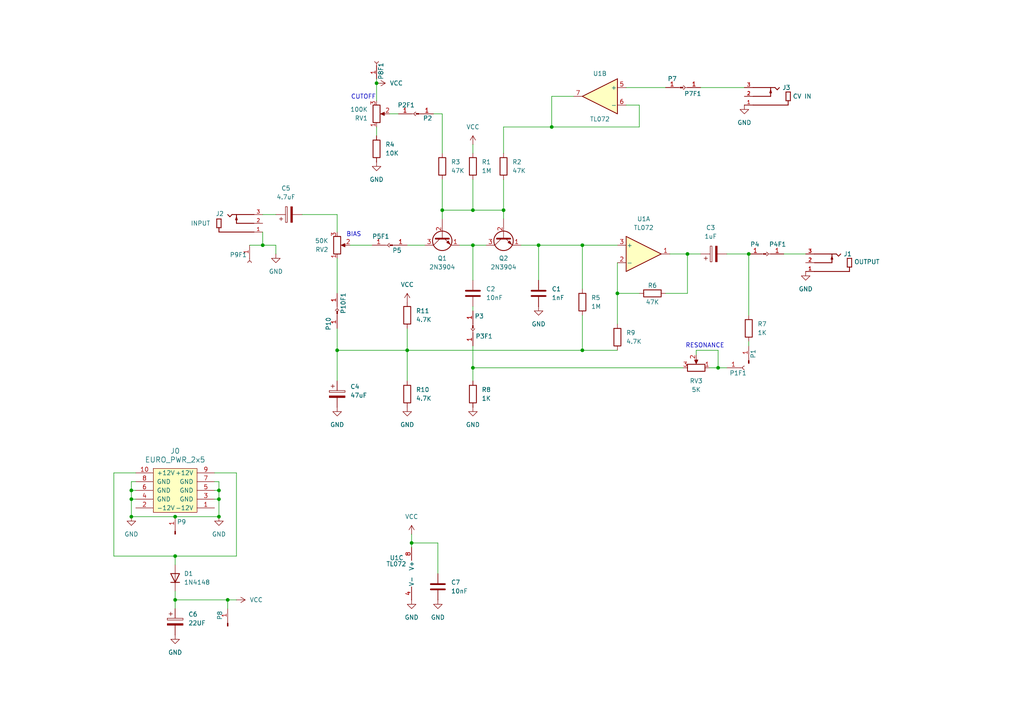
<source format=kicad_sch>
(kicad_sch (version 20231120) (generator "eeschema") (generator_version "8.0")
  (paper "A4")
  (lib_symbols
    (symbol "Amplifier_Operational:TL072" (pin_names (offset 0.127))
      (property "Reference" "U" (at 0 5.08 0))
      (property "Value" "TL072" (at 0 -5.08 0))
      (symbol "TL072_1_1"
        (polyline (pts (xy -5.08 5.08) (xy 5.08 0) (xy -5.08 -5.08) (xy -5.08 5.08)) (stroke (width 0.254)) (fill (type background)))
        (pin output line (at 7.62 0 180) (length 2.54) (name "~") (number "1"))
        (pin input line (at -7.62 -2.54 0) (length 2.54) (name "-") (number "2"))
        (pin input line (at -7.62 2.54 0) (length 2.54) (name "+") (number "3"))
      )
      (symbol "TL072_2_1"
        (polyline (pts (xy -5.08 5.08) (xy 5.08 0) (xy -5.08 -5.08) (xy -5.08 5.08)) (stroke (width 0.254)) (fill (type background)))
        (pin input line (at -7.62 2.54 0) (length 2.54) (name "+") (number "5"))
        (pin input line (at -7.62 -2.54 0) (length 2.54) (name "-") (number "6"))
        (pin output line (at 7.62 0 180) (length 2.54) (name "~") (number "7"))
      )
      (symbol "TL072_3_1"
        (pin power_in line (at -2.54 -7.62 90) (length 3.81) (name "V-") (number "4"))
        (pin power_in line (at -2.54 7.62 270) (length 3.81) (name "V+") (number "8"))
      )
    )
    (symbol "Connector:Conn_01x01_Pin" (pin_names (offset 1.016) hide)
      (property "Reference" "J" (at 0 2.54 0))
      (property "Value" "Conn_01x01_Pin" (at 0 -2.54 0))
      (symbol "Conn_01x01_Pin_1_1"
        (polyline (pts (xy 1.27 0) (xy 0.8636 0)) (stroke (width 0.1524)))
        (rectangle (start 0.8636 0.127) (end 0 -0.127) (stroke (width 0.1524)) (fill (type outline)))
        (pin passive line (at 5.08 0 180) (length 3.81) (name "Pin_1") (number "1"))
      )
    )
    (symbol "Connector:Conn_01x01_Socket" (pin_names (offset 1.016) hide)
      (property "Reference" "J" (at 0 2.54 0))
      (property "Value" "Conn_01x01_Socket" (at 0 -2.54 0))
      (symbol "Conn_01x01_Socket_1_1"
        (polyline (pts (xy -1.27 0) (xy -0.508 0)) (stroke (width 0.1524)))
        (arc (start 0 0.508) (mid -0.5058 0) (end 0 -0.508) (stroke (width 0.1524)))
        (pin passive line (at -5.08 0 0) (length 3.81) (name "Pin_1") (number "1"))
      )
    )
    (symbol "Device:C" (pin_numbers hide) (pin_names (offset 0.254))
      (property "Reference" "C" (at 0.635 2.54 0))
      (property "Value" "C" (at 0.635 -2.54 0))
      (symbol "C_0_1"
        (polyline (pts (xy -2.032 -0.762) (xy 2.032 -0.762)) (stroke (width 0.508)))
        (polyline (pts (xy -2.032 0.762) (xy 2.032 0.762)) (stroke (width 0.508)))
      )
      (symbol "C_1_1"
        (pin passive line (at 0 3.81 270) (length 2.794) (name "~") (number "1"))
        (pin passive line (at 0 -3.81 90) (length 2.794) (name "~") (number "2"))
      )
    )
    (symbol "Device:C_Polarized" (pin_numbers hide) (pin_names (offset 0.254))
      (property "Reference" "C" (at 0.635 2.54 0))
      (property "Value" "C_Polarized" (at 0.635 -2.54 0))
      (symbol "C_Polarized_0_1"
        (rectangle (start -2.286 0.508) (end 2.286 1.016))
        (polyline (pts (xy -1.778 2.286) (xy -0.762 2.286)))
        (polyline (pts (xy -1.27 2.794) (xy -1.27 1.778)))
        (rectangle (start 2.286 -0.508) (end -2.286 -1.016) (fill (type outline)))
      )
      (symbol "C_Polarized_1_1"
        (pin passive line (at 0 3.81 270) (length 2.794) (name "~") (number "1"))
        (pin passive line (at 0 -3.81 90) (length 2.794) (name "~") (number "2"))
      )
    )
    (symbol "Device:R" (pin_numbers hide) (pin_names (offset 0))
      (property "Reference" "R" (at 2.032 0 90))
      (property "Value" "R" (at 0 0 90))
      (symbol "R_0_1"
        (rectangle (start -1.016 -2.54) (end 1.016 2.54) (stroke (width 0.254)))
      )
      (symbol "R_1_1"
        (pin passive line (at 0 3.81 270) (length 1.27) (name "~") (number "1"))
        (pin passive line (at 0 -3.81 90) (length 1.27) (name "~") (number "2"))
      )
    )
    (symbol "Device:R_Potentiometer" (pin_names (offset 1.016) hide)
      (property "Reference" "RV1" (at -2.54 1.2701 0))
      (property "Value" "R_Potentiometer" (at -2.54 -1.2699 0))
      (symbol "R_Potentiometer_0_1"
        (polyline (pts (xy 2.54 0) (xy 1.524 0)))
        (polyline (pts (xy 1.143 0) (xy 2.286 0.508) (xy 2.286 -0.508) (xy 1.143 0)) (fill (type outline)))
        (rectangle (start 1.016 2.54) (end -1.016 -2.54) (stroke (width 0.254)))
      )
      (symbol "R_Potentiometer_1_1"
        (pin passive line (at 0 3.81 270) (length 1.27) (name "1") (number "1"))
        (pin passive line (at 3.81 0 180) (length 1.27) (name "2") (number "2"))
        (pin passive line (at 0 -3.81 90) (length 1.27) (name "3") (number "3"))
      )
    )
    (symbol "Diode:1N4148" (pin_numbers hide) (pin_names hide)
      (property "Reference" "D" (at 0 2.54 0))
      (property "Value" "1N4148" (at 0 -2.54 0))
      (symbol "1N4148_0_1"
        (polyline (pts (xy -1.27 1.27) (xy -1.27 -1.27)) (stroke (width 0.254)))
        (polyline (pts (xy 1.27 0) (xy -1.27 0)))
        (polyline (pts (xy 1.27 1.27) (xy 1.27 -1.27) (xy -1.27 0) (xy 1.27 1.27)) (stroke (width 0.254)))
      )
      (symbol "1N4148_1_1"
        (pin passive line (at -3.81 0 0) (length 2.54) (name "K") (number "1"))
        (pin passive line (at 3.81 0 180) (length 2.54) (name "A") (number "2"))
      )
    )
    (symbol "PJ398SM-12:PJ398SM-12" (pin_names (offset 1.016))
      (property "Reference" "J3" (at -0.3175 5.08 0))
      (property "Value" "PJ398SM-12" (at -0.3175 2.54 0))
      (symbol "PJ398SM-12_0_0"
        (polyline (pts (xy -5.715 -3.81) (xy -5.715 -1.27)) (stroke (width 0.254)))
        (polyline (pts (xy -5.715 -1.27) (xy -5.08 -1.27)) (stroke (width 0.254)))
        (polyline (pts (xy -5.08 -1.27) (xy -4.445 -1.27)) (stroke (width 0.254)))
        (polyline (pts (xy -5.08 0) (xy -5.08 -1.27)) (stroke (width 0.254)))
        (polyline (pts (xy -4.445 -3.81) (xy -5.715 -3.81)) (stroke (width 0.254)))
        (polyline (pts (xy -4.445 -1.27) (xy -4.445 -3.81)) (stroke (width 0.254)))
        (polyline (pts (xy -1.905 -4.445) (xy -2.54 -5.08)) (stroke (width 0.254)))
        (polyline (pts (xy -1.27 -5.08) (xy -1.905 -4.445)) (stroke (width 0.254)))
        (polyline (pts (xy 0 -2.54) (xy 0 -5.08)) (stroke (width 0.254)))
        (polyline (pts (xy 0 -2.54) (xy 5.08 -2.54)) (stroke (width 0.254)))
        (polyline (pts (xy 5.08 -5.08) (xy -1.27 -5.08)) (stroke (width 0.254)))
        (polyline (pts (xy 5.08 0) (xy -5.08 0)) (stroke (width 0.254)))
        (polyline (pts (xy 0 -4.318) (xy 0.254 -3.556) (xy -0.254 -3.556) (xy 0 -4.318)) (stroke (width 0.254)) (fill (type outline)))
        (pin passive line (at 7.62 0 180) (length 2.54) (name "~") (number "1"))
        (pin passive line (at 7.62 -2.54 180) (length 2.54) (name "~") (number "2"))
        (pin passive line (at 7.62 -5.08 180) (length 2.54) (name "~") (number "3"))
      )
    )
    (symbol "Transistor_BJT:2N3904" (pin_names (offset 0) hide)
      (property "Reference" "Q" (at 5.08 1.905 0))
      (property "Value" "2N3904" (at 5.08 0 0))
      (symbol "2N3904_0_1"
        (polyline (pts (xy 0.635 0.635) (xy 2.54 2.54)))
        (polyline (pts (xy 0.635 -0.635) (xy 2.54 -2.54) (xy 2.54 -2.54)))
        (polyline (pts (xy 0.635 1.905) (xy 0.635 -1.905) (xy 0.635 -1.905)) (stroke (width 0.508)))
        (polyline (pts (xy 1.27 -1.778) (xy 1.778 -1.27) (xy 2.286 -2.286) (xy 1.27 -1.778) (xy 1.27 -1.778)) (fill (type outline)))
        (circle (center 1.27 0) (radius 2.8194) (stroke (width 0.254)))
      )
      (symbol "2N3904_1_1"
        (pin passive line (at 2.54 -5.08 90) (length 2.54) (name "E") (number "1"))
        (pin passive line (at -5.08 0 0) (length 5.715) (name "B") (number "2"))
        (pin passive line (at 2.54 5.08 270) (length 2.54) (name "C") (number "3"))
      )
    )
    (symbol "eurocad:EURO_PWR_2x5" (pin_names (offset 1.016))
      (property "Reference" "J0" (at 0 11.43 0))
      (property "Value" "EURO_PWR_2x5" (at 0 8.89 0))
      (property "Footprint" "Connector_IDC:IDC-Header_2x05_P2.54mm_Vertical" (at -1.778 -10.16 0))
      (symbol "EURO_PWR_2x5_0_1"
        (rectangle (start -6.35 6.35) (end 6.35 -6.35) (fill (type background)))
      )
      (symbol "EURO_PWR_2x5_1_1"
        (pin power_in line (at 11.43 -5.08 180) (length 5.08) (name "-12V") (number "1"))
        (pin power_in line (at -11.43 5.08 0) (length 5.08) (name "+12V") (number "10"))
        (pin power_in line (at -11.43 -5.08 0) (length 5.08) (name "-12V") (number "2"))
        (pin power_in line (at 11.43 -2.54 180) (length 5.08) (name "GND") (number "3"))
        (pin power_in line (at -11.43 -2.54 0) (length 5.08) (name "GND") (number "4"))
        (pin power_in line (at 11.43 0 180) (length 5.08) (name "GND") (number "5"))
        (pin power_in line (at -11.43 0 0) (length 5.08) (name "GND") (number "6"))
        (pin power_in line (at 11.43 2.54 180) (length 5.08) (name "GND") (number "7"))
        (pin power_in line (at -11.43 2.54 0) (length 5.08) (name "GND") (number "8"))
        (pin power_in line (at 11.43 5.08 180) (length 5.08) (name "+12V") (number "9"))
      )
    )
    (symbol "power:GND" (power) (pin_numbers hide) (pin_names (offset 0) hide)
      (property "Value" "GND" (at 0 -3.81 0))
      (symbol "GND_0_1"
        (polyline (pts (xy 0 0) (xy 0 -1.27) (xy 1.27 -1.27) (xy 0 -2.54) (xy -1.27 -1.27) (xy 0 -1.27)))
      )
      (symbol "GND_1_1"
        (pin power_in line (at 0 0 270) (length 0) (name "~") (number "1"))
      )
    )
    (symbol "power:VCC" (power) (pin_numbers hide) (pin_names (offset 0) hide)
      (property "Value" "VCC" (at 0 3.556 0))
      (symbol "VCC_0_1"
        (polyline (pts (xy -0.762 1.27) (xy 0 2.54)))
        (polyline (pts (xy 0 0) (xy 0 2.54)))
        (polyline (pts (xy 0 2.54) (xy 0.762 1.27)))
      )
      (symbol "VCC_1_1"
        (pin power_in line (at 0 0 90) (length 0) (name "~") (number "1"))
      )
    )
  )
  (junction (at 63.5 144.78))
  (junction (at 38.1 149.86))
  (junction (at 208.28 106.68))
  (junction (at 66.04 173.99))
  (junction (at 146.05 60.96))
  (junction (at 137.16 106.68))
  (junction (at 63.5 142.24))
  (junction (at 76.2 71.12))
  (junction (at 38.1 142.24))
  (junction (at 50.8 149.86))
  (junction (at 168.91 101.6))
  (junction (at 137.16 60.96))
  (junction (at 137.16 71.12))
  (junction (at 119.38 157.48))
  (junction (at 109.22 24.13))
  (junction (at 50.8 161.29))
  (junction (at 97.79 101.6))
  (junction (at 217.17 73.66))
  (junction (at 118.11 101.6))
  (junction (at 160.02 36.83))
  (junction (at 50.8 173.99))
  (junction (at 128.27 60.96))
  (junction (at 63.5 149.86))
  (junction (at 168.91 71.12))
  (junction (at 199.39 73.66))
  (junction (at 179.07 85.09))
  (junction (at 38.1 144.78))
  (junction (at 156.21 71.12))
  (wire (pts (xy 66.04 173.99) (xy 68.58 173.99)))
  (wire (pts (xy 128.27 52.07) (xy 128.27 60.96)))
  (wire (pts (xy 137.16 71.12) (xy 137.16 81.28)))
  (wire (pts (xy 97.79 67.31) (xy 97.79 62.23)))
  (wire (pts (xy 128.27 33.02) (xy 125.73 33.02)))
  (wire (pts (xy 97.79 101.6) (xy 97.79 110.49)))
  (wire (pts (xy 50.8 176.53) (xy 50.8 173.99)))
  (wire (pts (xy 179.07 76.2) (xy 179.07 85.09)))
  (wire (pts (xy 109.22 24.13) (xy 109.22 29.21)))
  (wire (pts (xy 118.11 95.25) (xy 118.11 101.6)))
  (wire (pts (xy 181.61 30.48) (xy 185.42 30.48)))
  (wire (pts (xy 168.91 71.12) (xy 179.07 71.12)))
  (wire (pts (xy 179.07 85.09) (xy 185.42 85.09)))
  (wire (pts (xy 76.2 67.31) (xy 76.2 71.12)))
  (wire (pts (xy 168.91 91.44) (xy 168.91 101.6)))
  (wire (pts (xy 168.91 71.12) (xy 168.91 83.82)))
  (wire (pts (xy 137.16 106.68) (xy 198.12 106.68)))
  (wire (pts (xy 137.16 88.9) (xy 137.16 90.17)))
  (wire (pts (xy 80.01 71.12) (xy 76.2 71.12)))
  (wire (pts (xy 137.16 60.96) (xy 146.05 60.96)))
  (wire (pts (xy 199.39 73.66) (xy 203.2 73.66)))
  (wire (pts (xy 194.31 73.66) (xy 199.39 73.66)))
  (wire (pts (xy 193.04 85.09) (xy 199.39 85.09)))
  (wire (pts (xy 38.1 142.24) (xy 39.37 142.24)))
  (wire (pts (xy 201.93 101.6) (xy 201.93 102.87)))
  (wire (pts (xy 38.1 144.78) (xy 38.1 149.86)))
  (wire (pts (xy 156.21 71.12) (xy 156.21 81.28)))
  (wire (pts (xy 168.91 101.6) (xy 179.07 101.6)))
  (wire (pts (xy 38.1 139.7) (xy 38.1 142.24)))
  (wire (pts (xy 118.11 101.6) (xy 118.11 110.49)))
  (wire (pts (xy 39.37 137.16) (xy 33.02 137.16)))
  (wire (pts (xy 137.16 71.12) (xy 140.97 71.12)))
  (wire (pts (xy 151.13 71.12) (xy 156.21 71.12)))
  (wire (pts (xy 133.35 71.12) (xy 137.16 71.12)))
  (wire (pts (xy 63.5 144.78) (xy 63.5 149.86)))
  (wire (pts (xy 63.5 142.24) (xy 63.5 144.78)))
  (wire (pts (xy 50.8 171.45) (xy 50.8 173.99)))
  (wire (pts (xy 160.02 27.94) (xy 160.02 36.83)))
  (wire (pts (xy 208.28 101.6) (xy 201.93 101.6)))
  (wire (pts (xy 119.38 154.94) (xy 119.38 157.48)))
  (wire (pts (xy 80.01 73.66) (xy 80.01 71.12)))
  (wire (pts (xy 160.02 36.83) (xy 146.05 36.83)))
  (wire (pts (xy 62.23 142.24) (xy 63.5 142.24)))
  (wire (pts (xy 199.39 85.09) (xy 199.39 73.66)))
  (wire (pts (xy 66.04 173.99) (xy 66.04 176.53)))
  (wire (pts (xy 50.8 173.99) (xy 66.04 173.99)))
  (wire (pts (xy 210.82 106.68) (xy 208.28 106.68)))
  (wire (pts (xy 97.79 101.6) (xy 118.11 101.6)))
  (wire (pts (xy 50.8 161.29) (xy 50.8 163.83)))
  (wire (pts (xy 146.05 52.07) (xy 146.05 60.96)))
  (wire (pts (xy 38.1 142.24) (xy 38.1 144.78)))
  (wire (pts (xy 179.07 85.09) (xy 179.07 93.98)))
  (wire (pts (xy 33.02 161.29) (xy 50.8 161.29)))
  (wire (pts (xy 128.27 60.96) (xy 128.27 63.5)))
  (wire (pts (xy 113.03 33.02) (xy 115.57 33.02)))
  (wire (pts (xy 62.23 144.78) (xy 63.5 144.78)))
  (wire (pts (xy 137.16 106.68) (xy 137.16 110.49)))
  (wire (pts (xy 50.8 149.86) (xy 63.5 149.86)))
  (wire (pts (xy 181.61 25.4) (xy 193.04 25.4)))
  (wire (pts (xy 39.37 139.7) (xy 38.1 139.7)))
  (wire (pts (xy 208.28 106.68) (xy 208.28 101.6)))
  (wire (pts (xy 185.42 36.83) (xy 160.02 36.83)))
  (wire (pts (xy 101.6 71.12) (xy 107.95 71.12)))
  (wire (pts (xy 119.38 157.48) (xy 119.38 158.75)))
  (wire (pts (xy 38.1 149.86) (xy 50.8 149.86)))
  (wire (pts (xy 97.79 95.25) (xy 97.79 101.6)))
  (wire (pts (xy 156.21 71.12) (xy 168.91 71.12)))
  (wire (pts (xy 62.23 139.7) (xy 63.5 139.7)))
  (wire (pts (xy 137.16 100.33) (xy 137.16 106.68)))
  (wire (pts (xy 63.5 139.7) (xy 63.5 142.24)))
  (wire (pts (xy 128.27 44.45) (xy 128.27 33.02)))
  (wire (pts (xy 203.2 25.4) (xy 215.9 25.4)))
  (wire (pts (xy 118.11 71.12) (xy 123.19 71.12)))
  (wire (pts (xy 137.16 52.07) (xy 137.16 60.96)))
  (wire (pts (xy 109.22 22.86) (xy 109.22 24.13)))
  (wire (pts (xy 146.05 60.96) (xy 146.05 63.5)))
  (wire (pts (xy 76.2 62.23) (xy 80.01 62.23)))
  (wire (pts (xy 205.74 106.68) (xy 208.28 106.68)))
  (wire (pts (xy 68.58 137.16) (xy 62.23 137.16)))
  (wire (pts (xy 72.39 71.12) (xy 76.2 71.12)))
  (wire (pts (xy 68.58 161.29) (xy 68.58 137.16)))
  (wire (pts (xy 146.05 36.83) (xy 146.05 44.45)))
  (wire (pts (xy 127 166.37) (xy 127 157.48)))
  (wire (pts (xy 160.02 27.94) (xy 166.37 27.94)))
  (wire (pts (xy 38.1 144.78) (xy 39.37 144.78)))
  (wire (pts (xy 33.02 137.16) (xy 33.02 161.29)))
  (wire (pts (xy 118.11 101.6) (xy 168.91 101.6)))
  (wire (pts (xy 50.8 161.29) (xy 68.58 161.29)))
  (wire (pts (xy 217.17 73.66) (xy 217.17 91.44)))
  (wire (pts (xy 128.27 60.96) (xy 137.16 60.96)))
  (wire (pts (xy 97.79 74.93) (xy 97.79 85.09)))
  (wire (pts (xy 210.82 73.66) (xy 217.17 73.66)))
  (wire (pts (xy 217.17 99.06) (xy 217.17 100.33)))
  (wire (pts (xy 185.42 30.48) (xy 185.42 36.83)))
  (wire (pts (xy 227.33 73.66) (xy 233.68 73.66)))
  (wire (pts (xy 87.63 62.23) (xy 97.79 62.23)))
  (wire (pts (xy 127 157.48) (xy 119.38 157.48)))
  (wire (pts (xy 109.22 36.83) (xy 109.22 39.37)))
  (wire (pts (xy 137.16 41.91) (xy 137.16 44.45)))
  (text "BIAS" (at 102.616 68.072 0) (effects (font (size 1.27 1.27))))
  (text "CUTOFF" (at 105.41 28.194 0) (effects (font (size 1.27 1.27))))
  (text "RESONANCE" (at 204.47 100.33 0) (effects (font (size 1.27 1.27))))
  (symbol (lib_id "power:GND") (at 119.38 173.99 0) (unit 1)
    (property "Reference" "#PWR017" (effects (hide yes)))
    (property "Value" "GND" (at 119.38 179.07 0))
    (property "Description" "Power symbol creates a global label with name \"GND\" , ground" (effects (hide yes)))
  )
  (symbol (lib_id "Transistor_BJT:2N3904") (at 146.05 68.58 90) (mirror x) (unit 1)
    (property "Reference" "Q2" (at 146.05 74.93 90))
    (property "Value" "2N3904" (at 146.05 77.47 90))
    (property "Footprint" "Package_TO_SOT_THT:TO-92_Inline" (effects (hide yes)))
    (property "Datasheet" "https://www.onsemi.com/pub/Collateral/2N3903-D.PDF" (effects (hide yes)))
    (property "Description" "0.2A Ic, 40V Vce, Small Signal NPN Transistor, TO-92" (effects (hide yes)))
  )
  (symbol (lib_id "Connector:Conn_01x01_Socket") (at 222.25 73.66 180) (unit 1)
    (property "Reference" "P4F1" (at 225.552 70.866 0))
    (property "Value" "Conn_01x01_Socket" (effects (hide yes)))
    (property "Footprint" "Connector_PinSocket_2.54mm:PinSocket_1x01_P2.54mm_Vertical" (effects (hide yes)))
    (property "Description" "Generic connector, single row, 01x01, script generated" (effects (hide yes)))
  )
  (symbol (lib_id "Connector:Conn_01x01_Socket") (at 113.03 71.12 0) (unit 1)
    (property "Reference" "P5F1" (at 107.95 68.58 0) (effects (justify left)))
    (property "Value" "Conn_01x01_Socket" (effects (hide yes)))
    (property "Footprint" "Connector_PinSocket_2.54mm:PinSocket_1x01_P2.54mm_Vertical" (effects (hide yes)))
    (property "Description" "Generic connector, single row, 01x01, script generated" (effects (hide yes)))
  )
  (symbol (lib_id "power:VCC") (at 109.22 24.13 270) (unit 1)
    (property "Reference" "#PWR04" (effects (hide yes)))
    (property "Value" "VCC" (at 113.03 24.1299 90) (effects (justify left)))
    (property "Description" "Power symbol creates a global label with name \"VCC\"" (effects (hide yes)))
  )
  (symbol (lib_id "Device:R") (at 128.27 48.26 0) (unit 1)
    (property "Reference" "R3" (at 130.81 46.9899 0) (effects (justify left)))
    (property "Value" "47K" (at 130.81 49.5299 0) (effects (justify left)))
    (property "Footprint" "Resistor_THT:R_Axial_DIN0207_L6.3mm_D2.5mm_P10.16mm_Horizontal" (effects (hide yes)))
    (property "Description" "Resistor" (effects (hide yes)))
  )
  (symbol (lib_id "Connector:Conn_01x01_Pin") (at 97.79 90.17 270) (unit 1)
    (property "Reference" "P10" (at 95.25 91.948 0) (effects (justify left)))
    (property "Value" "Conn_01x01_Pin" (effects (hide yes)))
    (property "Footprint" "Connector_PinHeader_2.54mm:PinHeader_1x01_P2.54mm_Vertical" (effects (hide yes)))
    (property "Description" "Generic connector, single row, 01x01, script generated" (effects (hide yes)))
  )
  (symbol (lib_id "power:GND") (at 50.8 184.15 0) (unit 1)
    (property "Reference" "#PWR014" (effects (hide yes)))
    (property "Value" "GND" (at 50.8 189.23 0))
    (property "Description" "Power symbol creates a global label with name \"GND\" , ground" (effects (hide yes)))
  )
  (symbol (lib_id "Device:R") (at 179.07 97.79 0) (unit 1)
    (property "Reference" "R9" (at 181.61 96.5199 0) (effects (justify left)))
    (property "Value" "4.7K" (at 181.61 99.0599 0) (effects (justify left)))
    (property "Footprint" "Resistor_THT:R_Axial_DIN0207_L6.3mm_D2.5mm_P10.16mm_Horizontal" (effects (hide yes)))
    (property "Description" "Resistor" (effects (hide yes)))
  )
  (symbol (lib_id "power:GND") (at 63.5 149.86 0) (unit 1)
    (property "Reference" "#PWR012" (effects (hide yes)))
    (property "Value" "GND" (at 63.5 154.94 0))
    (property "Description" "Power symbol creates a global label with name \"GND\" , ground" (effects (hide yes)))
  )
  (symbol (lib_id "power:GND") (at 109.22 46.99 0) (unit 1)
    (property "Reference" "#PWR03" (effects (hide yes)))
    (property "Value" "GND" (at 109.22 52.07 0))
    (property "Description" "Power symbol creates a global label with name \"GND\" , ground" (effects (hide yes)))
  )
  (symbol (lib_id "Device:R") (at 217.17 95.25 0) (unit 1)
    (property "Reference" "R7" (at 219.71 93.9799 0) (effects (justify left)))
    (property "Value" "1K" (at 219.71 96.5199 0) (effects (justify left)))
    (property "Footprint" "Resistor_THT:R_Axial_DIN0207_L6.3mm_D2.5mm_P10.16mm_Horizontal" (effects (hide yes)))
    (property "Description" "Resistor" (effects (hide yes)))
  )
  (symbol (lib_id "Connector:Conn_01x01_Pin") (at 137.16 95.25 90) (unit 1)
    (property "Reference" "P3" (at 137.668 91.694 90) (effects (justify right)))
    (property "Value" "Conn_01x01_Pin" (effects (hide yes)))
    (property "Footprint" "Connector_PinHeader_2.54mm:PinHeader_1x01_P2.54mm_Vertical" (effects (hide yes)))
    (property "Description" "Generic connector, single row, 01x01, script generated" (effects (hide yes)))
  )
  (symbol (lib_id "Connector:Conn_01x01_Socket") (at 109.22 17.78 90) (unit 1)
    (property "Reference" "P8F1" (at 110.49 23.114 0) (effects (justify left)))
    (property "Value" "Conn_01x01_Socket" (effects (hide yes)))
    (property "Footprint" "Connector_PinSocket_2.54mm:PinSocket_1x01_P2.54mm_Vertical" (effects (hide yes)))
    (property "Description" "Generic connector, single row, 01x01, script generated" (effects (hide yes)))
  )
  (symbol (lib_id "Device:R") (at 109.22 43.18 0) (unit 1)
    (property "Reference" "R4" (at 111.76 41.9099 0) (effects (justify left)))
    (property "Value" "10K" (at 111.76 44.4499 0) (effects (justify left)))
    (property "Footprint" "Resistor_THT:R_Axial_DIN0207_L6.3mm_D2.5mm_P10.16mm_Horizontal" (effects (hide yes)))
    (property "Description" "Resistor" (effects (hide yes)))
  )
  (symbol (lib_id "Diode:1N4148") (at 50.8 167.64 90) (unit 1)
    (property "Reference" "D1" (at 53.34 166.3699 90) (effects (justify right)))
    (property "Value" "1N4148" (at 53.34 168.9099 90) (effects (justify right)))
    (property "Footprint" "Diode_THT:D_DO-35_SOD27_P7.62mm_Horizontal" (effects (hide yes)))
    (property "Datasheet" "https://assets.nexperia.com/documents/data-sheet/1N4148_1N4448.pdf" (effects (hide yes)))
    (property "Description" "100V 0.15A standard switching diode, DO-35" (effects (hide yes)))
    (property "Sim.Device" "D" (effects (hide yes)))
    (property "Sim.Pins" "1=K 2=A" (effects (hide yes)))
  )
  (symbol (lib_id "power:GND") (at 80.01 73.66 0) (mirror y) (unit 1)
    (property "Reference" "#PWR011" (effects (hide yes)))
    (property "Value" "GND" (at 80.01 78.74 0))
    (property "Description" "Power symbol creates a global label with name \"GND\" , ground" (effects (hide yes)))
  )
  (symbol (lib_id "power:GND") (at 233.68 78.74 0) (unit 1)
    (property "Reference" "#PWR06" (effects (hide yes)))
    (property "Value" "GND" (at 233.68 83.82 0))
    (property "Description" "Power symbol creates a global label with name \"GND\" , ground" (effects (hide yes)))
  )
  (symbol (lib_id "power:GND") (at 137.16 118.11 0) (unit 1)
    (property "Reference" "#PWR07" (effects (hide yes)))
    (property "Value" "GND" (at 137.16 123.19 0))
    (property "Description" "Power symbol creates a global label with name \"GND\" , ground" (effects (hide yes)))
  )
  (symbol (lib_id "Connector:Conn_01x01_Socket") (at 72.39 76.2 270) (unit 1)
    (property "Reference" "P9F1" (at 71.628 73.914 90) (effects (justify right)))
    (property "Value" "Conn_01x01_Socket" (effects (hide yes)))
    (property "Footprint" "Connector_PinSocket_2.54mm:PinSocket_1x01_P2.54mm_Vertical" (effects (hide yes)))
    (property "Description" "Generic connector, single row, 01x01, script generated" (effects (hide yes)))
  )
  (symbol (lib_id "Device:R") (at 118.11 114.3 0) (unit 1)
    (property "Reference" "R10" (at 120.65 113.0299 0) (effects (justify left)))
    (property "Value" "4.7K" (at 120.65 115.5699 0) (effects (justify left)))
    (property "Footprint" "Resistor_THT:R_Axial_DIN0207_L6.3mm_D2.5mm_P10.16mm_Horizontal" (effects (hide yes)))
    (property "Description" "Resistor" (effects (hide yes)))
  )
  (symbol (lib_id "Connector:Conn_01x01_Pin") (at 222.25 73.66 180) (unit 1)
    (property "Reference" "P4" (at 218.948 70.866 0))
    (property "Value" "Conn_01x01_Pin" (effects (hide yes)))
    (property "Footprint" "Connector_PinHeader_2.54mm:PinHeader_1x01_P2.54mm_Vertical" (effects (hide yes)))
    (property "Description" "Generic connector, single row, 01x01, script generated" (effects (hide yes)))
  )
  (symbol (lib_id "power:GND") (at 38.1 149.86 0) (unit 1)
    (property "Reference" "#PWR013" (effects (hide yes)))
    (property "Value" "GND" (at 38.1 154.94 0))
    (property "Description" "Power symbol creates a global label with name \"GND\" , ground" (effects (hide yes)))
  )
  (symbol (lib_id "power:GND") (at 97.79 118.11 0) (unit 1)
    (property "Reference" "#PWR010" (effects (hide yes)))
    (property "Value" "GND" (at 97.79 123.19 0))
    (property "Description" "Power symbol creates a global label with name \"GND\" , ground" (effects (hide yes)))
  )
  (symbol (lib_id "Device:C_Polarized") (at 207.01 73.66 90) (unit 1)
    (property "Reference" "C3" (at 206.121 66.04 90))
    (property "Value" "1uF" (at 206.121 68.58 90))
    (property "Footprint" "Capacitor_THT:C_Rect_L7.2mm_W2.5mm_P5.00mm_FKS2_FKP2_MKS2_MKP2" (effects (hide yes)))
    (property "Description" "Polarized capacitor" (effects (hide yes)))
  )
  (symbol (lib_id "Connector:Conn_01x01_Socket") (at 137.16 95.25 90) (unit 1)
    (property "Reference" "P3F1" (at 137.922 97.536 90) (effects (justify right)))
    (property "Value" "Conn_01x01_Socket" (effects (hide yes)))
    (property "Footprint" "Connector_PinSocket_2.54mm:PinSocket_1x01_P2.54mm_Vertical" (effects (hide yes)))
    (property "Description" "Generic connector, single row, 01x01, script generated" (effects (hide yes)))
  )
  (symbol (lib_id "Connector:Conn_01x01_Pin") (at 217.17 105.41 90) (unit 1)
    (property "Reference" "P1" (at 218.44 102.616 0))
    (property "Value" "Conn_01x01_Pin" (effects (hide yes)))
    (property "Footprint" "Connector_PinHeader_2.54mm:PinHeader_1x01_P2.54mm_Vertical" (effects (hide yes)))
    (property "Description" "Generic connector, single row, 01x01, script generated" (effects (hide yes)))
  )
  (symbol (lib_id "PJ398SM-12:PJ398SM-12") (at 241.3 78.74 180) (unit 1)
    (property "Reference" "J1" (at 245.872 73.66 0))
    (property "Value" "OUTPUT" (at 251.46 75.946 0))
    (property "Footprint" "Connector_Audio:Jack_3.5mm_QingPu_WQP-PJ398SM_Vertical_CircularHoles" (effects (hide yes)))
    (property "MF" "Thonk" (effects (hide yes)))
    (property "MAXIMUM_PACKAGE_HEIGHT" "14.5 mm" (effects (hide yes)))
    (property "PARTREV" "1" (effects (hide yes)))
    (property "MP" "PJ398SM-12" (effects (hide yes)))
    (property "Description_1" "\n3.5mm Switching Jack Socket\n" (effects (hide yes)))
    (property "MANUFACTURER" "Thonk" (effects (hide yes)))
  )
  (symbol (lib_id "Device:R") (at 189.23 85.09 90) (unit 1)
    (property "Reference" "R6" (at 189.23 82.804 90))
    (property "Value" "47K" (at 189.23 87.63 90))
    (property "Footprint" "Resistor_THT:R_Axial_DIN0207_L6.3mm_D2.5mm_P10.16mm_Horizontal" (effects (hide yes)))
    (property "Description" "Resistor" (effects (hide yes)))
  )
  (symbol (lib_id "power:VCC") (at 118.11 87.63 0) (unit 1)
    (property "Reference" "#PWR09" (effects (hide yes)))
    (property "Value" "VCC" (at 118.11 82.55 0))
    (property "Description" "Power symbol creates a global label with name \"VCC\"" (effects (hide yes)))
  )
  (symbol (lib_id "Device:C") (at 137.16 85.09 0) (unit 1)
    (property "Reference" "C2" (at 140.97 83.8199 0) (effects (justify left)))
    (property "Value" "10nF" (at 140.97 86.3599 0) (effects (justify left)))
    (property "Footprint" "Capacitor_THT:C_Rect_L7.2mm_W2.5mm_P5.00mm_FKS2_FKP2_MKS2_MKP2" (effects (hide yes)))
    (property "Description" "Unpolarized capacitor" (effects (hide yes)))
  )
  (symbol (lib_id "power:VCC") (at 119.38 154.94 0) (unit 1)
    (property "Reference" "#PWR016" (effects (hide yes)))
    (property "Value" "VCC" (at 119.38 149.86 0))
    (property "Description" "Power symbol creates a global label with name \"VCC\"" (effects (hide yes)))
  )
  (symbol (lib_id "Connector:Conn_01x01_Socket") (at 120.65 33.02 0) (unit 1)
    (property "Reference" "P2F1" (at 115.316 30.48 0) (effects (justify left)))
    (property "Value" "Conn_01x01_Socket" (effects (hide yes)))
    (property "Footprint" "Connector_PinSocket_2.54mm:PinSocket_1x01_P2.54mm_Vertical" (effects (hide yes)))
    (property "Description" "Generic connector, single row, 01x01, script generated" (effects (hide yes)))
  )
  (symbol (lib_id "Amplifier_Operational:TL072") (at 121.92 166.37 0) (unit 3)
    (property "Reference" "U1" (at 113.03 161.798 0) (effects (justify left)))
    (property "Value" "TL072" (at 112.014 163.576 0) (effects (justify left)))
    (property "Footprint" "Package_DIP:DIP-8_W7.62mm_Socket" (effects (hide yes)))
    (property "Datasheet" "http://www.ti.com/lit/ds/symlink/tl071.pdf" (effects (hide yes)))
    (property "Description" "Dual Low-Noise JFET-Input Operational Amplifiers, DIP-8/SOIC-8" (effects (hide yes)))
  )
  (symbol (lib_id "power:GND") (at 118.11 118.11 0) (unit 1)
    (property "Reference" "#PWR08" (effects (hide yes)))
    (property "Value" "GND" (at 118.11 123.19 0))
    (property "Description" "Power symbol creates a global label with name \"GND\" , ground" (effects (hide yes)))
  )
  (symbol (lib_id "Connector:Conn_01x01_Pin") (at 198.12 25.4 180) (unit 1)
    (property "Reference" "P7" (at 196.342 22.86 0) (effects (justify left)))
    (property "Value" "Conn_01x01_Pin" (effects (hide yes)))
    (property "Footprint" "Connector_PinHeader_2.54mm:PinHeader_1x01_P2.54mm_Vertical" (effects (hide yes)))
    (property "Description" "Generic connector, single row, 01x01, script generated" (effects (hide yes)))
  )
  (symbol (lib_id "Transistor_BJT:2N3904") (at 128.27 68.58 90) (mirror x) (unit 1)
    (property "Reference" "Q1" (at 128.27 74.93 90))
    (property "Value" "2N3904" (at 128.27 77.47 90))
    (property "Footprint" "Package_TO_SOT_THT:TO-92_Inline" (effects (hide yes)))
    (property "Datasheet" "https://www.onsemi.com/pub/Collateral/2N3903-D.PDF" (effects (hide yes)))
    (property "Description" "0.2A Ic, 40V Vce, Small Signal NPN Transistor, TO-92" (effects (hide yes)))
  )
  (symbol (lib_id "Device:C") (at 156.21 85.09 0) (unit 1)
    (property "Reference" "C1" (at 160.02 83.8199 0) (effects (justify left)))
    (property "Value" "1nF" (at 160.02 86.3599 0) (effects (justify left)))
    (property "Footprint" "Capacitor_THT:C_Rect_L7.2mm_W2.5mm_P5.00mm_FKS2_FKP2_MKS2_MKP2" (effects (hide yes)))
    (property "Description" "Unpolarized capacitor" (effects (hide yes)))
  )
  (symbol (lib_id "Device:R") (at 118.11 91.44 0) (unit 1)
    (property "Reference" "R11" (at 120.65 90.1699 0) (effects (justify left)))
    (property "Value" "4.7K" (at 120.65 92.7099 0) (effects (justify left)))
    (property "Footprint" "Resistor_THT:R_Axial_DIN0207_L6.3mm_D2.5mm_P10.16mm_Horizontal" (effects (hide yes)))
    (property "Description" "Resistor" (effects (hide yes)))
  )
  (symbol (lib_id "Device:R") (at 137.16 48.26 0) (unit 1)
    (property "Reference" "R1" (at 139.7 46.9899 0) (effects (justify left)))
    (property "Value" "1M" (at 139.7 49.5299 0) (effects (justify left)))
    (property "Footprint" "Resistor_THT:R_Axial_DIN0207_L6.3mm_D2.5mm_P10.16mm_Horizontal" (effects (hide yes)))
    (property "Description" "Resistor" (effects (hide yes)))
  )
  (symbol (lib_id "Device:R") (at 146.05 48.26 0) (unit 1)
    (property "Reference" "R2" (at 148.59 46.9899 0) (effects (justify left)))
    (property "Value" "47K" (at 148.59 49.5299 0) (effects (justify left)))
    (property "Footprint" "Resistor_THT:R_Axial_DIN0207_L6.3mm_D2.5mm_P10.16mm_Horizontal" (effects (hide yes)))
    (property "Description" "Resistor" (effects (hide yes)))
  )
  (symbol (lib_id "Device:R_Potentiometer") (at 201.93 106.68 270) (mirror x) (unit 1)
    (property "Reference" "RV3" (at 201.93 110.49 90))
    (property "Value" "5K" (at 201.93 113.03 90))
    (property "Footprint" "Potentiometer_THT:Potentiometer_Alps_RK09K_Single_Vertical" (effects (hide yes)))
    (property "Description" "Potentiometer" (effects (hide yes)))
  )
  (symbol (lib_id "PJ398SM-12:PJ398SM-12") (at 68.58 67.31 0) (mirror x) (unit 1)
    (property "Reference" "J2" (at 63.754 61.976 0))
    (property "Value" "INPUT" (at 58.166 64.77 0))
    (property "Footprint" "Connector_Audio:Jack_3.5mm_QingPu_WQP-PJ398SM_Vertical_CircularHoles" (effects (hide yes)))
    (property "MF" "Thonk" (effects (hide yes)))
    (property "MAXIMUM_PACKAGE_HEIGHT" "14.5 mm" (effects (hide yes)))
    (property "PARTREV" "1" (effects (hide yes)))
    (property "MP" "PJ398SM-12" (effects (hide yes)))
    (property "Description_1" "\n3.5mm Switching Jack Socket\n" (effects (hide yes)))
    (property "MANUFACTURER" "Thonk" (effects (hide yes)))
  )
  (symbol (lib_id "power:VCC") (at 68.58 173.99 270) (unit 1)
    (property "Reference" "#PWR015" (effects (hide yes)))
    (property "Value" "VCC" (at 72.39 173.9899 90) (effects (justify left)))
    (property "Description" "Power symbol creates a global label with name \"VCC\"" (effects (hide yes)))
  )
  (symbol (lib_id "power:GND") (at 127 173.99 0) (unit 1)
    (property "Reference" "#PWR018" (effects (hide yes)))
    (property "Value" "GND" (at 127 179.07 0))
    (property "Description" "Power symbol creates a global label with name \"GND\" , ground" (effects (hide yes)))
  )
  (symbol (lib_id "Connector:Conn_01x01_Pin") (at 120.65 33.02 0) (unit 1)
    (property "Reference" "P2" (at 122.682 34.29 0) (effects (justify left)))
    (property "Value" "Conn_01x01_Pin" (effects (hide yes)))
    (property "Footprint" "Connector_PinHeader_2.54mm:PinHeader_1x01_P2.54mm_Vertical" (effects (hide yes)))
    (property "Description" "Generic connector, single row, 01x01, script generated" (effects (hide yes)))
  )
  (symbol (lib_id "Device:R") (at 137.16 114.3 0) (unit 1)
    (property "Reference" "R8" (at 139.7 113.0299 0) (effects (justify left)))
    (property "Value" "1K" (at 139.7 115.5699 0) (effects (justify left)))
    (property "Footprint" "Resistor_THT:R_Axial_DIN0207_L6.3mm_D2.5mm_P10.16mm_Horizontal" (effects (hide yes)))
    (property "Description" "Resistor" (effects (hide yes)))
  )
  (symbol (lib_id "Device:C_Polarized") (at 50.8 180.34 0) (unit 1)
    (property "Reference" "C6" (at 54.61 178.1809 0) (effects (justify left)))
    (property "Value" "22UF" (at 54.61 180.7209 0) (effects (justify left)))
    (property "Footprint" "Capacitor_THT:CP_Radial_D5.0mm_P2.50mm" (effects (hide yes)))
    (property "Description" "Polarized capacitor" (effects (hide yes)))
  )
  (symbol (lib_id "Connector:Conn_01x01_Pin") (at 50.8 154.94 90) (unit 1)
    (property "Reference" "P9" (at 51.308 151.384 90) (effects (justify right)))
    (property "Value" "Conn_01x01_Pin" (effects (hide yes)))
    (property "Footprint" "Connector_PinHeader_2.54mm:PinHeader_1x01_P2.54mm_Vertical" (effects (hide yes)))
    (property "Description" "Generic connector, single row, 01x01, script generated" (effects (hide yes)))
  )
  (symbol (lib_id "power:GND") (at 156.21 88.9 0) (unit 1)
    (property "Reference" "#PWR05" (effects (hide yes)))
    (property "Value" "GND" (at 156.21 93.98 0))
    (property "Description" "Power symbol creates a global label with name \"GND\" , ground" (effects (hide yes)))
  )
  (symbol (lib_id "Amplifier_Operational:TL072") (at 173.99 27.94 0) (mirror y) (unit 2)
    (property "Reference" "U1" (at 173.99 21.336 0))
    (property "Value" "TL072" (at 173.99 34.544 0))
    (property "Footprint" "Package_DIP:DIP-8_W7.62mm_Socket" (effects (hide yes)))
    (property "Datasheet" "http://www.ti.com/lit/ds/symlink/tl071.pdf" (effects (hide yes)))
    (property "Description" "Dual Low-Noise JFET-Input Operational Amplifiers, DIP-8/SOIC-8" (effects (hide yes)))
  )
  (symbol (lib_id "Amplifier_Operational:TL072") (at 186.69 73.66 0) (unit 1)
    (property "Reference" "U1" (at 186.69 63.5 0))
    (property "Value" "TL072" (at 186.69 66.04 0))
    (property "Footprint" "Package_DIP:DIP-8_W7.62mm_Socket" (effects (hide yes)))
    (property "Datasheet" "http://www.ti.com/lit/ds/symlink/tl071.pdf" (effects (hide yes)))
    (property "Description" "Dual Low-Noise JFET-Input Operational Amplifiers, DIP-8/SOIC-8" (effects (hide yes)))
  )
  (symbol (lib_id "Connector:Conn_01x01_Socket") (at 97.79 90.17 270) (unit 1)
    (property "Reference" "P10F1" (at 99.568 84.836 0) (effects (justify left)))
    (property "Value" "Conn_01x01_Socket" (effects (hide yes)))
    (property "Footprint" "Connector_PinSocket_2.54mm:PinSocket_1x01_P2.54mm_Vertical" (effects (hide yes)))
    (property "Description" "Generic connector, single row, 01x01, script generated" (effects (hide yes)))
  )
  (symbol (lib_id "Device:C_Polarized") (at 97.79 114.3 0) (unit 1)
    (property "Reference" "C4" (at 101.6 112.1409 0) (effects (justify left)))
    (property "Value" "47uF" (at 101.6 114.6809 0) (effects (justify left)))
    (property "Footprint" "Capacitor_THT:C_Rect_L7.2mm_W2.5mm_P5.00mm_FKS2_FKP2_MKS2_MKP2" (effects (hide yes)))
    (property "Description" "Polarized capacitor" (effects (hide yes)))
  )
  (symbol (lib_id "eurocad:EURO_PWR_2x5") (at 50.8 142.24 0) (unit 1)
    (property "Reference" "J0" (at 50.8 130.81 0) (effects (font (size 1.524 1.524))))
    (property "Value" "EURO_PWR_2x5" (at 50.8 133.35 0) (effects (font (size 1.524 1.524))))
    (property "Footprint" "Connector_IDC:IDC-Header_2x05_P2.54mm_Vertical" (effects (hide yes)))
  )
  (symbol (lib_id "Device:C") (at 127 170.18 0) (unit 1)
    (property "Reference" "C7" (at 130.81 168.9099 0) (effects (justify left)))
    (property "Value" "10nF" (at 130.81 171.4499 0) (effects (justify left)))
    (property "Footprint" "Capacitor_THT:CP_Radial_D5.0mm_P2.50mm" (effects (hide yes)))
    (property "Description" "Unpolarized capacitor" (effects (hide yes)))
  )
  (symbol (lib_id "Connector:Conn_01x01_Pin") (at 66.04 181.61 90) (unit 1)
    (property "Reference" "P8" (at 63.754 179.832 0) (effects (justify left)))
    (property "Value" "Conn_01x01_Pin" (effects (hide yes)))
    (property "Footprint" "Connector_PinHeader_2.54mm:PinHeader_1x01_P2.54mm_Vertical" (effects (hide yes)))
    (property "Description" "Generic connector, single row, 01x01, script generated" (effects (hide yes)))
  )
  (symbol (lib_id "PJ398SM-12:PJ398SM-12") (at 223.52 30.48 180) (unit 1)
    (property "Reference" "J3" (at 228.092 25.4 0))
    (property "Value" "CV IN" (at 232.664 27.94 0))
    (property "Footprint" "Connector_Audio:Jack_3.5mm_QingPu_WQP-PJ398SM_Vertical_CircularHoles" (effects (hide yes)))
    (property "MF" "Thonk" (effects (hide yes)))
    (property "MAXIMUM_PACKAGE_HEIGHT" "14.5 mm" (effects (hide yes)))
    (property "PARTREV" "1" (effects (hide yes)))
    (property "MP" "PJ398SM-12" (effects (hide yes)))
    (property "Description_1" "\n3.5mm Switching Jack Socket\n" (effects (hide yes)))
    (property "MANUFACTURER" "Thonk" (effects (hide yes)))
  )
  (symbol (lib_id "Connector:Conn_01x01_Pin") (at 113.03 71.12 0) (unit 1)
    (property "Reference" "P5" (at 113.792 72.644 0) (effects (justify left)))
    (property "Value" "Conn_01x01_Pin" (effects (hide yes)))
    (property "Footprint" "Connector_PinHeader_2.54mm:PinHeader_1x01_P2.54mm_Vertical" (effects (hide yes)))
    (property "Description" "Generic connector, single row, 01x01, script generated" (effects (hide yes)))
  )
  (symbol (lib_id "power:VCC") (at 137.16 41.91 0) (unit 1)
    (property "Reference" "#PWR02" (effects (hide yes)))
    (property "Value" "VCC" (at 137.16 36.83 0))
    (property "Description" "Power symbol creates a global label with name \"VCC\"" (effects (hide yes)))
  )
  (symbol (lib_id "Device:C_Polarized") (at 83.82 62.23 90) (unit 1)
    (property "Reference" "C5" (at 82.931 54.61 90))
    (property "Value" "4.7uF" (at 82.931 57.15 90))
    (property "Footprint" "Capacitor_THT:CP_Radial_D5.0mm_P2.50mm" (effects (hide yes)))
    (property "Description" "Polarized capacitor" (effects (hide yes)))
  )
  (symbol (lib_id "Device:R_Potentiometer") (at 97.79 71.12 0) (mirror x) (unit 1)
    (property "Reference" "RV2" (at 95.25 72.3901 0) (effects (justify right)))
    (property "Value" "50K" (at 95.25 69.8501 0) (effects (justify right)))
    (property "Footprint" "Potentiometer_THT:Potentiometer_Alps_RK09K_Single_Vertical" (effects (hide yes)))
    (property "Description" "Potentiometer" (effects (hide yes)))
  )
  (symbol (lib_id "power:GND") (at 215.9 30.48 0) (unit 1)
    (property "Reference" "#PWR01" (effects (hide yes)))
    (property "Value" "GND" (at 215.9 35.56 0))
    (property "Description" "Power symbol creates a global label with name \"GND\" , ground" (effects (hide yes)))
  )
  (symbol (lib_id "Connector:Conn_01x01_Socket") (at 215.9 106.68 0) (unit 1)
    (property "Reference" "P1F1" (at 211.582 108.204 0) (effects (justify left)))
    (property "Value" "Conn_01x01_Socket" (effects (hide yes)))
    (property "Footprint" "Connector_PinSocket_2.54mm:PinSocket_1x01_P2.54mm_Vertical" (effects (hide yes)))
    (property "Description" "Generic connector, single row, 01x01, script generated" (effects (hide yes)))
  )
  (symbol (lib_id "Connector:Conn_01x01_Socket") (at 198.12 25.4 180) (unit 1)
    (property "Reference" "P7F1" (at 203.454 27.178 0) (effects (justify left)))
    (property "Value" "Conn_01x01_Socket" (effects (hide yes)))
    (property "Footprint" "Connector_PinSocket_2.54mm:PinSocket_1x01_P2.54mm_Vertical" (effects (hide yes)))
    (property "Description" "Generic connector, single row, 01x01, script generated" (effects (hide yes)))
  )
  (symbol (lib_id "Device:R_Potentiometer") (at 109.22 33.02 0) (mirror x) (unit 1)
    (property "Reference" "RV1" (at 106.68 34.2901 0) (effects (justify right)))
    (property "Value" "100K" (at 106.68 31.7501 0) (effects (justify right)))
    (property "Footprint" "Potentiometer_THT:Potentiometer_Alps_RK09K_Single_Vertical" (effects (hide yes)))
    (property "Description" "Potentiometer" (effects (hide yes)))
  )
  (symbol (lib_id "Device:R") (at 168.91 87.63 0) (unit 1)
    (property "Reference" "R5" (at 171.45 86.3599 0) (effects (justify left)))
    (property "Value" "1M" (at 171.45 88.8999 0) (effects (justify left)))
    (property "Footprint" "Resistor_THT:R_Axial_DIN0207_L6.3mm_D2.5mm_P10.16mm_Horizontal" (effects (hide yes)))
    (property "Description" "Resistor" (effects (hide yes)))
  )
)
</source>
